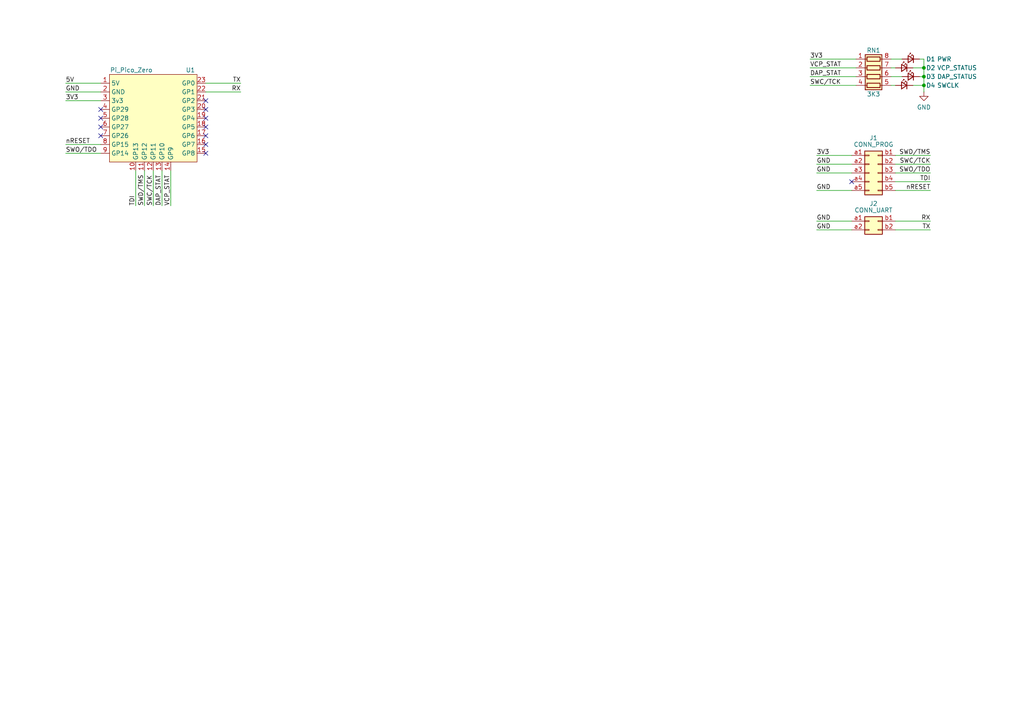
<source format=kicad_sch>
(kicad_sch (version 20231120) (generator "eeschema") (generator_version "8.0")
  (paper "A4")
  (title_block (title "Pico-DAP-Zero") (date "2024-11-23") (rev "MkI") (company "ADBeta") (comment 1 "A Pico-DAP using the Pi Pico Zero aftermarket board"))
  (lib_symbols
    (symbol "Connector_Generic:Conn_02x02_Row_Letter_First" (pin_names (offset 1.016) hide)
      (property "Reference" "J" (at 1.27 2.54 0))
      (property "Value" "Conn_02x02_Row_Letter_First" (at 1.27 -5.08 0))
      (symbol "Conn_02x02_Row_Letter_First_1_1"
        (rectangle (start -1.27 -2.413) (end 0 -2.667) (stroke (width 0.1524)))
        (rectangle (start -1.27 0.127) (end 0 -0.127) (stroke (width 0.1524)))
        (rectangle (start -1.27 1.27) (end 3.81 -3.81) (stroke (width 0.254)) (fill (type background)))
        (rectangle (start 3.81 -2.413) (end 2.54 -2.667) (stroke (width 0.1524)))
        (rectangle (start 3.81 0.127) (end 2.54 -0.127) (stroke (width 0.1524)))
        (pin passive line (at -5.08 0 0) (length 3.81) (name "Pin_a1") (number "a1"))
        (pin passive line (at -5.08 -2.54 0) (length 3.81) (name "Pin_a2") (number "a2"))
        (pin passive line (at 7.62 0 180) (length 3.81) (name "Pin_b1") (number "b1"))
        (pin passive line (at 7.62 -2.54 180) (length 3.81) (name "Pin_b2") (number "b2"))
      )
    )
    (symbol "Connector_Generic:Conn_02x05_Row_Letter_First" (pin_names (offset 1.016) hide)
      (property "Reference" "J" (at 1.27 7.62 0))
      (property "Value" "Conn_02x05_Row_Letter_First" (at 1.27 -7.62 0))
      (symbol "Conn_02x05_Row_Letter_First_1_1"
        (rectangle (start -1.27 -4.953) (end 0 -5.207) (stroke (width 0.1524)))
        (rectangle (start -1.27 -2.413) (end 0 -2.667) (stroke (width 0.1524)))
        (rectangle (start -1.27 0.127) (end 0 -0.127) (stroke (width 0.1524)))
        (rectangle (start -1.27 2.667) (end 0 2.413) (stroke (width 0.1524)))
        (rectangle (start -1.27 5.207) (end 0 4.953) (stroke (width 0.1524)))
        (rectangle (start -1.27 6.35) (end 3.81 -6.35) (stroke (width 0.254)) (fill (type background)))
        (rectangle (start 3.81 -4.953) (end 2.54 -5.207) (stroke (width 0.1524)))
        (rectangle (start 3.81 -2.413) (end 2.54 -2.667) (stroke (width 0.1524)))
        (rectangle (start 3.81 0.127) (end 2.54 -0.127) (stroke (width 0.1524)))
        (rectangle (start 3.81 2.667) (end 2.54 2.413) (stroke (width 0.1524)))
        (rectangle (start 3.81 5.207) (end 2.54 4.953) (stroke (width 0.1524)))
        (pin passive line (at -5.08 5.08 0) (length 3.81) (name "Pin_a1") (number "a1"))
        (pin passive line (at -5.08 2.54 0) (length 3.81) (name "Pin_a2") (number "a2"))
        (pin passive line (at -5.08 0 0) (length 3.81) (name "Pin_a3") (number "a3"))
        (pin passive line (at -5.08 -2.54 0) (length 3.81) (name "Pin_a4") (number "a4"))
        (pin passive line (at -5.08 -5.08 0) (length 3.81) (name "Pin_a5") (number "a5"))
        (pin passive line (at 7.62 5.08 180) (length 3.81) (name "Pin_b1") (number "b1"))
        (pin passive line (at 7.62 2.54 180) (length 3.81) (name "Pin_b2") (number "b2"))
        (pin passive line (at 7.62 0 180) (length 3.81) (name "Pin_b3") (number "b3"))
        (pin passive line (at 7.62 -2.54 180) (length 3.81) (name "Pin_b4") (number "b4"))
        (pin passive line (at 7.62 -5.08 180) (length 3.81) (name "Pin_b5") (number "b5"))
      )
    )
    (symbol "Device:LED_Small" (pin_numbers hide) (pin_names (offset 0.254) hide)
      (property "Reference" "D" (at -1.27 3.175 0))
      (property "Value" "LED_Small" (at -4.445 -2.54 0))
      (symbol "LED_Small_0_1"
        (polyline (pts (xy -0.762 -1.016) (xy -0.762 1.016)) (stroke (width 0.254)))
        (polyline (pts (xy 1.016 0) (xy -0.762 0)))
        (polyline (pts (xy 0.762 -1.016) (xy -0.762 0) (xy 0.762 1.016) (xy 0.762 -1.016)) (stroke (width 0.254)))
        (polyline (pts (xy 0 0.762) (xy -0.508 1.27) (xy -0.254 1.27) (xy -0.508 1.27) (xy -0.508 1.016)))
        (polyline (pts (xy 0.508 1.27) (xy 0 1.778) (xy 0.254 1.778) (xy 0 1.778) (xy 0 1.524)))
      )
      (symbol "LED_Small_1_1"
        (pin passive line (at -2.54 0 0) (length 1.778) (name "K") (number "1"))
        (pin passive line (at 2.54 0 180) (length 1.778) (name "A") (number "2"))
      )
    )
    (symbol "Device:R_Pack04" (pin_names (offset 0) hide)
      (property "Reference" "RN" (at -7.62 0 90))
      (property "Value" "R_Pack04" (at 5.08 0 90))
      (symbol "R_Pack04_0_1"
        (rectangle (start -6.35 -2.413) (end 3.81 2.413) (stroke (width 0.254)) (fill (type background)))
        (rectangle (start -5.715 1.905) (end -4.445 -1.905) (stroke (width 0.254)))
        (rectangle (start -3.175 1.905) (end -1.905 -1.905) (stroke (width 0.254)))
        (rectangle (start -0.635 1.905) (end 0.635 -1.905) (stroke (width 0.254)))
        (polyline (pts (xy -5.08 -2.54) (xy -5.08 -1.905)))
        (polyline (pts (xy -5.08 1.905) (xy -5.08 2.54)))
        (polyline (pts (xy -2.54 -2.54) (xy -2.54 -1.905)))
        (polyline (pts (xy -2.54 1.905) (xy -2.54 2.54)))
        (polyline (pts (xy 0 -2.54) (xy 0 -1.905)))
        (polyline (pts (xy 0 1.905) (xy 0 2.54)))
        (polyline (pts (xy 2.54 -2.54) (xy 2.54 -1.905)))
        (polyline (pts (xy 2.54 1.905) (xy 2.54 2.54)))
        (rectangle (start 1.905 1.905) (end 3.175 -1.905) (stroke (width 0.254)))
      )
      (symbol "R_Pack04_1_1"
        (pin passive line (at -5.08 -5.08 90) (length 2.54) (name "R1.1") (number "1"))
        (pin passive line (at -2.54 -5.08 90) (length 2.54) (name "R2.1") (number "2"))
        (pin passive line (at 0 -5.08 90) (length 2.54) (name "R3.1") (number "3"))
        (pin passive line (at 2.54 -5.08 90) (length 2.54) (name "R4.1") (number "4"))
        (pin passive line (at 2.54 5.08 270) (length 2.54) (name "R4.2") (number "5"))
        (pin passive line (at 0 5.08 270) (length 2.54) (name "R3.2") (number "6"))
        (pin passive line (at -2.54 5.08 270) (length 2.54) (name "R2.2") (number "7"))
        (pin passive line (at -5.08 5.08 270) (length 2.54) (name "R1.2") (number "8"))
      )
    )
    (symbol "Pi_Pico_Zero:Pi_Pico_Zero"
      (property "Reference" "U" (at -11.684 13.97 0))
      (property "Value" "Pi_Pico_Zero" (at 6.35 13.97 0))
      (symbol "Pi_Pico_Zero_1_1"
        (rectangle (start -12.7 12.7) (end 12.7 -12.7) (fill (type background)))
        (pin input line (at -15.24 10.16 0) (length 2.54) (name "5V") (number "1"))
        (pin input line (at -5.08 -15.24 90) (length 2.54) (name "GP13") (number "10"))
        (pin input line (at -2.54 -15.24 90) (length 2.54) (name "GP12") (number "11"))
        (pin input line (at 0 -15.24 90) (length 2.54) (name "GP11") (number "12"))
        (pin input line (at 2.54 -15.24 90) (length 2.54) (name "GP10") (number "13"))
        (pin input line (at 5.08 -15.24 90) (length 2.54) (name "GP9") (number "14"))
        (pin input line (at 15.24 -10.16 180) (length 2.54) (name "GP8") (number "15"))
        (pin input line (at 15.24 -7.62 180) (length 2.54) (name "GP7") (number "16"))
        (pin input line (at 15.24 -5.08 180) (length 2.54) (name "GP6") (number "17"))
        (pin input line (at 15.24 -2.54 180) (length 2.54) (name "GP5") (number "18"))
        (pin input line (at 15.24 0 180) (length 2.54) (name "GP4") (number "19"))
        (pin input line (at -15.24 7.62 0) (length 2.54) (name "GND") (number "2"))
        (pin input line (at 15.24 2.54 180) (length 2.54) (name "GP3") (number "20"))
        (pin input line (at 15.24 5.08 180) (length 2.54) (name "GP2") (number "21"))
        (pin input line (at 15.24 7.62 180) (length 2.54) (name "GP1") (number "22"))
        (pin input line (at 15.24 10.16 180) (length 2.54) (name "GP0") (number "23"))
        (pin input line (at -15.24 5.08 0) (length 2.54) (name "3v3") (number "3"))
        (pin input line (at -15.24 2.54 0) (length 2.54) (name "GP29") (number "4"))
        (pin input line (at -15.24 0 0) (length 2.54) (name "GP28") (number "5"))
        (pin input line (at -15.24 -2.54 0) (length 2.54) (name "GP27") (number "6"))
        (pin input line (at -15.24 -5.08 0) (length 2.54) (name "GP26") (number "7"))
        (pin input line (at -15.24 -7.62 0) (length 2.54) (name "GP15") (number "8"))
        (pin input line (at -15.24 -10.16 0) (length 2.54) (name "GP14") (number "9"))
      )
    )
    (symbol "power:GND" (power) (pin_numbers hide) (pin_names (offset 0) hide)
      (property "Value" "GND" (at 0 -3.81 0))
      (symbol "GND_0_1"
        (polyline (pts (xy 0 0) (xy 0 -1.27) (xy 1.27 -1.27) (xy 0 -2.54) (xy -1.27 -1.27) (xy 0 -1.27)))
      )
      (symbol "GND_1_1"
        (pin power_in line (at 0 0 270) (length 0) (name "~") (number "1"))
      )
    )
  )
  (junction (at 267.97 19.685))
  (junction (at 267.97 22.225))
  (junction (at 267.97 24.765))
  (no_connect (at 59.69 31.75))
  (no_connect (at 59.69 44.45))
  (no_connect (at 247.015 52.705))
  (no_connect (at 59.69 41.91))
  (no_connect (at 29.21 34.29))
  (no_connect (at 59.69 29.21))
  (no_connect (at 29.21 39.37))
  (no_connect (at 29.21 31.75))
  (no_connect (at 29.21 36.83))
  (no_connect (at 59.69 39.37))
  (no_connect (at 59.69 36.83))
  (no_connect (at 59.69 34.29))
  (wire (pts (xy 19.05 24.13) (xy 29.21 24.13)))
  (wire (pts (xy 39.37 49.53) (xy 39.37 59.69)))
  (wire (pts (xy 266.7 22.225) (xy 267.97 22.225)))
  (wire (pts (xy 236.855 55.245) (xy 247.015 55.245)))
  (wire (pts (xy 19.05 44.45) (xy 29.21 44.45)))
  (wire (pts (xy 264.795 19.685) (xy 267.97 19.685)))
  (wire (pts (xy 234.95 19.685) (xy 248.285 19.685)))
  (wire (pts (xy 236.855 50.165) (xy 247.015 50.165)))
  (wire (pts (xy 269.875 50.165) (xy 259.715 50.165)))
  (wire (pts (xy 19.05 29.21) (xy 29.21 29.21)))
  (wire (pts (xy 267.97 19.685) (xy 267.97 22.225)))
  (wire (pts (xy 269.875 52.705) (xy 259.715 52.705)))
  (wire (pts (xy 258.445 17.145) (xy 261.62 17.145)))
  (wire (pts (xy 236.855 64.135) (xy 247.015 64.135)))
  (wire (pts (xy 46.99 49.53) (xy 46.99 59.69)))
  (wire (pts (xy 19.05 26.67) (xy 29.21 26.67)))
  (wire (pts (xy 234.95 22.225) (xy 248.285 22.225)))
  (wire (pts (xy 59.69 24.13) (xy 69.85 24.13)))
  (wire (pts (xy 267.97 22.225) (xy 267.97 24.765)))
  (wire (pts (xy 258.445 19.685) (xy 259.715 19.685)))
  (wire (pts (xy 44.45 49.53) (xy 44.45 59.69)))
  (wire (pts (xy 267.97 17.145) (xy 267.97 19.685)))
  (wire (pts (xy 19.05 41.91) (xy 29.21 41.91)))
  (wire (pts (xy 269.875 66.675) (xy 259.715 66.675)))
  (wire (pts (xy 236.855 47.625) (xy 247.015 47.625)))
  (wire (pts (xy 269.875 45.085) (xy 259.715 45.085)))
  (wire (pts (xy 269.875 47.625) (xy 259.715 47.625)))
  (wire (pts (xy 269.875 55.245) (xy 259.715 55.245)))
  (wire (pts (xy 258.445 24.765) (xy 259.715 24.765)))
  (wire (pts (xy 236.855 66.675) (xy 247.015 66.675)))
  (wire (pts (xy 59.69 26.67) (xy 69.85 26.67)))
  (wire (pts (xy 41.91 49.53) (xy 41.91 59.69)))
  (wire (pts (xy 49.53 49.53) (xy 49.53 59.69)))
  (wire (pts (xy 267.97 24.765) (xy 267.97 26.67)))
  (wire (pts (xy 236.855 45.085) (xy 247.015 45.085)))
  (wire (pts (xy 234.95 24.765) (xy 248.285 24.765)))
  (wire (pts (xy 269.875 64.135) (xy 259.715 64.135)))
  (wire (pts (xy 234.95 17.145) (xy 248.285 17.145)))
  (wire (pts (xy 258.445 22.225) (xy 261.62 22.225)))
  (wire (pts (xy 264.795 24.765) (xy 267.97 24.765)))
  (wire (pts (xy 266.7 17.145) (xy 267.97 17.145)))
  (label "DAP_STAT" (at 46.99 59.69 90))
  (label "nRESET" (at 19.05 41.91 0))
  (label "GND" (at 19.05 26.67 0))
  (label "TX" (at 269.875 66.675 180))
  (label "5V" (at 19.05 24.13 0))
  (label "VCP_STAT" (at 234.95 19.685 0))
  (label "GND" (at 236.855 64.135 0))
  (label "SWD{slash}TMS" (at 269.875 45.085 180))
  (label "3V3" (at 236.855 45.085 0))
  (label "SWC{slash}TCK" (at 44.45 59.69 90))
  (label "GND" (at 236.855 55.245 0))
  (label "TDI" (at 39.37 59.69 90))
  (label "SWC{slash}TCK" (at 234.95 24.765 0))
  (label "RX" (at 269.875 64.135 180))
  (label "SWO{slash}TDO" (at 269.875 50.165 180))
  (label "DAP_STAT" (at 234.95 22.225 0))
  (label "3V3" (at 234.95 17.145 0))
  (label "SWO{slash}TDO" (at 19.05 44.45 0))
  (label "nRESET" (at 269.875 55.245 180))
  (label "TX" (at 69.85 24.13 180))
  (label "SWD{slash}TMS" (at 41.91 59.69 90))
  (label "RX" (at 69.85 26.67 180))
  (label "GND" (at 236.855 66.675 0))
  (label "GND" (at 236.855 47.625 0))
  (label "3V3" (at 19.05 29.21 0))
  (label "SWC{slash}TCK" (at 269.875 47.625 180))
  (label "TDI" (at 269.875 52.705 180))
  (label "VCP_STAT" (at 49.53 59.69 90))
  (label "GND" (at 236.855 50.165 0))
  (symbol (lib_id "Device:LED_Small") (at 262.255 24.765 0) (mirror y) (unit 1)
    (property "Reference" "D4" (at 268.605 24.765 0) (effects (justify right)))
    (property "Value" "SWCLK" (at 271.78 24.765 0) (effects (justify right)))
    (property "Footprint" "LED_SMD:LED_0402_1005Metric_Pad0.77x0.64mm_HandSolder" (effects (hide yes)))
    (property "Description" "Light emitting diode, small symbol" (effects (hide yes)))
  )
  (symbol (lib_id "Pi_Pico_Zero:Pi_Pico_Zero") (at 44.45 34.29 0) (unit 1)
    (property "Reference" "U1" (at 55.245 20.32 0))
    (property "Value" "Pi_Pico_Zero" (at 38.1 20.32 0))
    (property "Footprint" "Footprints:Pi_Pico_Zero_Center_Hole" (effects (hide yes)))
  )
  (symbol (lib_id "Device:LED_Small") (at 264.16 22.225 0) (mirror y) (unit 1)
    (property "Reference" "D3" (at 268.605 22.225 0) (effects (justify right)))
    (property "Value" "DAP_STATUS" (at 271.78 22.225 0) (effects (justify right)))
    (property "Footprint" "LED_SMD:LED_0402_1005Metric_Pad0.77x0.64mm_HandSolder" (effects (hide yes)))
    (property "Description" "Light emitting diode, small symbol" (effects (hide yes)))
  )
  (symbol (lib_id "Device:LED_Small") (at 264.16 17.145 0) (mirror y) (unit 1)
    (property "Reference" "D1" (at 268.605 17.145 0) (effects (justify right)))
    (property "Value" "PWR" (at 271.78 17.145 0) (effects (justify right)))
    (property "Footprint" "LED_SMD:LED_0402_1005Metric_Pad0.77x0.64mm_HandSolder" (effects (hide yes)))
    (property "Description" "Light emitting diode, small symbol" (effects (hide yes)))
  )
  (symbol (lib_id "Device:LED_Small") (at 262.255 19.685 0) (mirror y) (unit 1)
    (property "Reference" "D2" (at 268.605 19.685 0) (effects (justify right)))
    (property "Value" "VCP_STATUS" (at 271.78 19.685 0) (effects (justify right)))
    (property "Footprint" "LED_SMD:LED_0402_1005Metric_Pad0.77x0.64mm_HandSolder" (effects (hide yes)))
    (property "Description" "Light emitting diode, small symbol" (effects (hide yes)))
  )
  (symbol (lib_id "Connector_Generic:Conn_02x02_Row_Letter_First") (at 252.095 64.135 0) (unit 1)
    (property "Reference" "J2" (at 253.365 59.055 0))
    (property "Value" "CONN_UART" (at 253.365 60.96 0))
    (property "Footprint" "Footprints:Conn_2x2_Dual_Side" (effects (hide yes)))
    (property "Description" "Generic connector, double row, 02x02, row letter first pin numbering scheme (pin number consists of a letter for the row and a number for the pin index in this row. a1, ..., aN; b1, ..., bN), script generated (kicad-library-utils/schlib/autogen/connector/)" (effects (hide yes)))
  )
  (symbol (lib_id "power:GND") (at 267.97 26.67 0) (unit 1)
    (property "Reference" "#PWR01" (effects (hide yes)))
    (property "Value" "GND" (at 267.97 31.115 0))
    (property "Description" "Power symbol creates a global label with name \"GND\" , ground" (effects (hide yes)))
  )
  (symbol (lib_id "Device:R_Pack04") (at 253.365 22.225 270) (unit 1)
    (property "Reference" "RN1" (at 253.365 14.605 90))
    (property "Value" "3K3" (at 253.365 27.305 90))
    (property "Footprint" "Resistor_SMD:R_Array_Convex_4x0603" (effects (hide yes)))
    (property "Description" "4 resistor network, parallel topology" (effects (hide yes)))
  )
  (symbol (lib_id "Connector_Generic:Conn_02x05_Row_Letter_First") (at 252.095 50.165 0) (unit 1)
    (property "Reference" "J1" (at 253.365 40.005 0))
    (property "Value" "CONN_PROG" (at 253.365 41.91 0))
    (property "Footprint" "Footprints:Conn_2x5_Dual_Side" (effects (hide yes)))
    (property "Description" "Generic connector, double row, 02x05, row letter first pin numbering scheme (pin number consists of a letter for the row and a number for the pin index in this row. a1, ..., aN; b1, ..., bN), script generated (kicad-library-utils/schlib/autogen/connector/)" (effects (hide yes)))
  )
)
</source>
